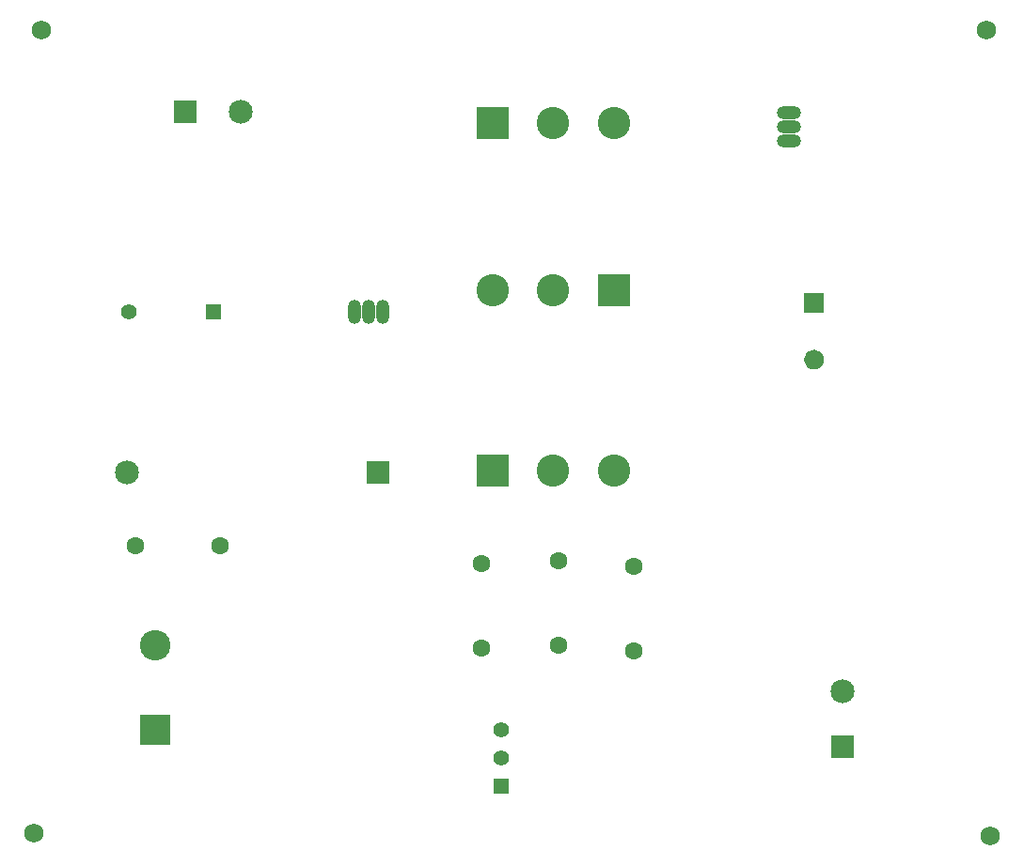
<source format=gbs>
G04 Layer_Color=16711935*
%FSLAX25Y25*%
%MOIN*%
G70*
G01*
G75*
%ADD37O,0.08674X0.04737*%
%ADD38O,0.08674X0.04737*%
%ADD39R,0.11489X0.11489*%
%ADD40C,0.11489*%
%ADD41C,0.06312*%
%ADD42R,0.08477X0.08477*%
%ADD43C,0.08477*%
%ADD44O,0.04737X0.08674*%
%ADD45O,0.04737X0.08674*%
%ADD46R,0.05524X0.05524*%
%ADD47C,0.05524*%
%ADD48R,0.08477X0.08477*%
%ADD49R,0.05524X0.05524*%
%ADD50C,0.06800*%
%ADD51C,0.10800*%
%ADD52R,0.10800X0.10800*%
G36*
X287401Y183361D02*
X288240Y183014D01*
X288961Y182461D01*
X289514Y181740D01*
X289861Y180901D01*
X289980Y180000D01*
X289861Y179099D01*
X289514Y178260D01*
X288961Y177539D01*
X288240Y176986D01*
X287401Y176639D01*
X286500Y176520D01*
X285599Y176639D01*
X284760Y176986D01*
X284039Y177539D01*
X283486Y178260D01*
X283139Y179099D01*
X283020Y180000D01*
X283139Y180901D01*
X283486Y181740D01*
X284039Y182461D01*
X284760Y183014D01*
X285599Y183361D01*
X286500Y183480D01*
X287401Y183361D01*
D02*
G37*
G36*
X289950Y196650D02*
X283050D01*
Y203550D01*
X289950D01*
Y196650D01*
D02*
G37*
D37*
X277500Y257500D02*
D03*
Y267500D02*
D03*
D38*
Y262500D02*
D03*
D39*
X172543Y264000D02*
D03*
X215500Y204500D02*
D03*
X172587Y140500D02*
D03*
D40*
X194000Y264000D02*
D03*
X215457D02*
D03*
X194043Y204500D02*
D03*
X172587D02*
D03*
X194043Y140500D02*
D03*
X215500D02*
D03*
D41*
X222500Y106500D02*
D03*
Y76500D02*
D03*
X168500Y77500D02*
D03*
Y107500D02*
D03*
X196000Y78500D02*
D03*
Y108500D02*
D03*
X76000Y114000D02*
D03*
X46000D02*
D03*
D42*
X296500Y42657D02*
D03*
D43*
Y62343D02*
D03*
X43000Y140000D02*
D03*
X83343Y268000D02*
D03*
D44*
X133500Y197000D02*
D03*
X123500D02*
D03*
D45*
X128500D02*
D03*
D46*
X53000Y48500D02*
D03*
X175500Y28500D02*
D03*
D47*
X53000Y78500D02*
D03*
X43500Y197000D02*
D03*
X175500Y38500D02*
D03*
Y48500D02*
D03*
D48*
X131976Y140000D02*
D03*
X63657Y268000D02*
D03*
D49*
X73500Y197000D02*
D03*
D50*
X12500Y297000D02*
D03*
X347500D02*
D03*
X349000Y11000D02*
D03*
X10000Y12000D02*
D03*
X172587Y205500D02*
D03*
X194043Y204500D02*
D03*
X215500Y203500D02*
D03*
Y140500D02*
D03*
X194043D02*
D03*
X172587D02*
D03*
X215457Y264000D02*
D03*
X194000D02*
D03*
X172543Y263000D02*
D03*
X131976Y140000D02*
D03*
X43000D02*
D03*
D51*
X53000Y78500D02*
D03*
D52*
Y48500D02*
D03*
M02*

</source>
